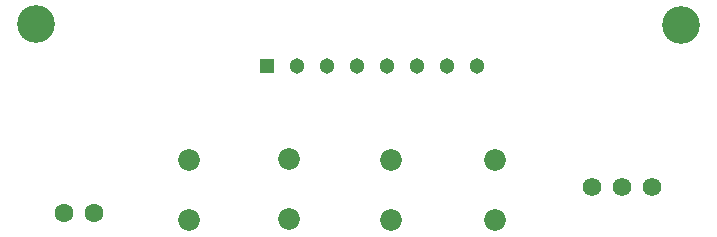
<source format=gbr>
%TF.GenerationSoftware,Altium Limited,Altium Designer,20.2.7 (254)*%
G04 Layer_Color=16711935*
%FSLAX26Y26*%
%MOIN*%
%TF.SameCoordinates,6734EFFF-7692-4107-8553-5EC10253203B*%
%TF.FilePolarity,Negative*%
%TF.FileFunction,Soldermask,Bot*%
%TF.Part,Single*%
G01*
G75*
%TA.AperFunction,ComponentPad*%
%ADD17C,0.072370*%
%ADD18R,0.051307X0.051307*%
%ADD19C,0.051307*%
%ADD20C,0.063118*%
%ADD21C,0.061937*%
%TA.AperFunction,ViaPad*%
%ADD22C,0.126110*%
D17*
X1610000Y1225000D02*
D03*
Y1425000D02*
D03*
X1945000Y1230000D02*
D03*
Y1430000D02*
D03*
X2285000Y1225000D02*
D03*
Y1425000D02*
D03*
X2630000Y1225000D02*
D03*
Y1425000D02*
D03*
D18*
X1870000Y1740000D02*
D03*
D19*
X1970000D02*
D03*
X2070000D02*
D03*
X2170000D02*
D03*
X2270000D02*
D03*
X2370000D02*
D03*
X2470000D02*
D03*
X2570000D02*
D03*
D20*
X1295000Y1250000D02*
D03*
X1195000D02*
D03*
D21*
X3155000Y1335000D02*
D03*
X3055000D02*
D03*
X2955000D02*
D03*
D22*
X3250000Y1875000D02*
D03*
X1100000Y1880000D02*
D03*
%TF.MD5,6772e97b3fb01833e295162951bd0ff9*%
M02*

</source>
